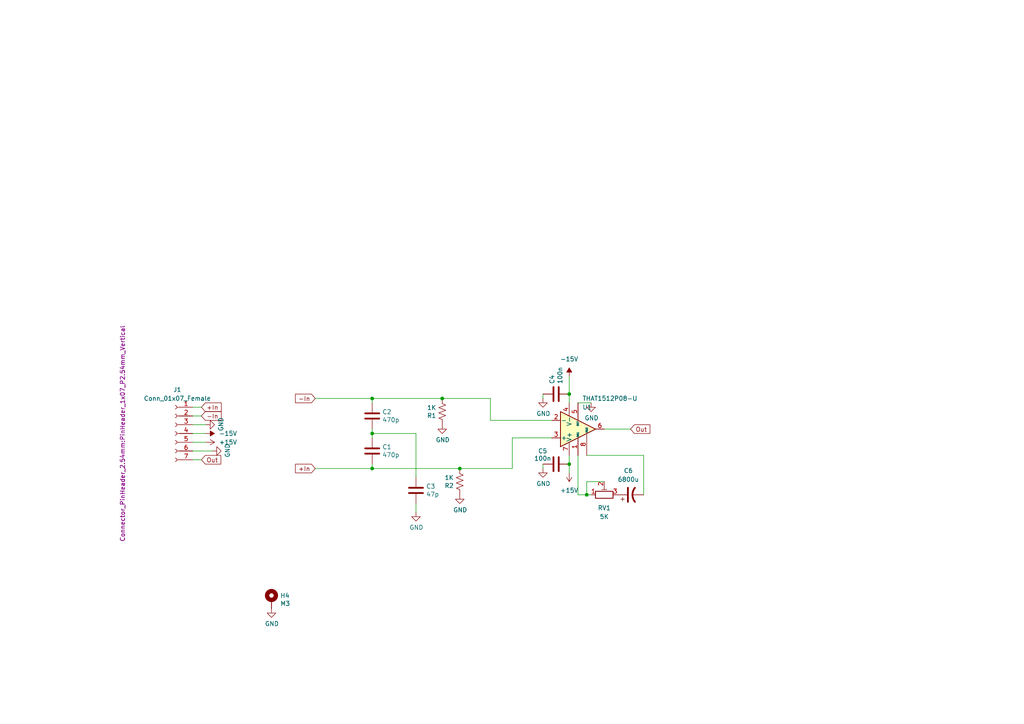
<source format=kicad_sch>
(kicad_sch (version 20211123) (generator eeschema)
  (paper "A4")
  (title_block (title "THAT1512 Mic Pre") (date "2022-04-22") (rev "2") (company "Triglav Modular"))
  (lib_symbols
    (symbol "Amplifier_Audio:SSM2017P" (pin_names (offset 0.127))
      (property "Reference" "U" (at 7.62 5.08 0))
      (property "Value" "SSM2017P" (at 7.62 2.54 0))
      (symbol "SSM2017P_0_1"
        (polyline (pts (xy -5.08 5.08) (xy 5.08 0) (xy -5.08 -5.08) (xy -5.08 5.08)) (stroke (width 0.254)) (fill (type background)))
      )
      (symbol "SSM2017P_1_1"
        (pin input line (at 0 7.62 270) (length 5.08) (name "RG1") (number "1"))
        (pin input line (at -7.62 -2.54 0) (length 2.54) (name "-") (number "2"))
        (pin input line (at -7.62 2.54 0) (length 2.54) (name "+") (number "3"))
        (pin power_in line (at -2.54 -7.62 90) (length 3.81) (name "V-") (number "4"))
        (pin input line (at 0 -7.62 90) (length 5.08) (name "REF") (number "5"))
        (pin output line (at 7.62 0 180) (length 2.54) (name "~") (number "6"))
        (pin power_in line (at -2.54 7.62 270) (length 3.81) (name "V+") (number "7"))
        (pin input line (at 2.54 7.62 270) (length 6.35) (name "RG2") (number "8"))
      )
    )
    (symbol "Connector:Conn_01x07_Female" (pin_names (offset 1.016) hide)
      (property "Reference" "J" (at 0 10.16 0))
      (property "Value" "Conn_01x07_Female" (at 0 -10.16 0))
      (symbol "Conn_01x07_Female_1_1"
        (arc (start 0 -7.112) (mid -0.508 -7.62) (end 0 -8.128) (stroke (width 0.1524)))
        (arc (start 0 -4.572) (mid -0.508 -5.08) (end 0 -5.588) (stroke (width 0.1524)))
        (arc (start 0 -2.032) (mid -0.508 -2.54) (end 0 -3.048) (stroke (width 0.1524)))
        (polyline (pts (xy -1.27 -7.62) (xy -0.508 -7.62)) (stroke (width 0.1524)))
        (polyline (pts (xy -1.27 -5.08) (xy -0.508 -5.08)) (stroke (width 0.1524)))
        (polyline (pts (xy -1.27 -2.54) (xy -0.508 -2.54)) (stroke (width 0.1524)))
        (polyline (pts (xy -1.27 0) (xy -0.508 0)) (stroke (width 0.1524)))
        (polyline (pts (xy -1.27 2.54) (xy -0.508 2.54)) (stroke (width 0.1524)))
        (polyline (pts (xy -1.27 5.08) (xy -0.508 5.08)) (stroke (width 0.1524)))
        (polyline (pts (xy -1.27 7.62) (xy -0.508 7.62)) (stroke (width 0.1524)))
        (arc (start 0 0.508) (mid -0.508 0) (end 0 -0.508) (stroke (width 0.1524)))
        (arc (start 0 3.048) (mid -0.508 2.54) (end 0 2.032) (stroke (width 0.1524)))
        (arc (start 0 5.588) (mid -0.508 5.08) (end 0 4.572) (stroke (width 0.1524)))
        (arc (start 0 8.128) (mid -0.508 7.62) (end 0 7.112) (stroke (width 0.1524)))
        (pin passive line (at -5.08 7.62 0) (length 3.81) (name "Pin_1") (number "1"))
        (pin passive line (at -5.08 5.08 0) (length 3.81) (name "Pin_2") (number "2"))
        (pin passive line (at -5.08 2.54 0) (length 3.81) (name "Pin_3") (number "3"))
        (pin passive line (at -5.08 0 0) (length 3.81) (name "Pin_4") (number "4"))
        (pin passive line (at -5.08 -2.54 0) (length 3.81) (name "Pin_5") (number "5"))
        (pin passive line (at -5.08 -5.08 0) (length 3.81) (name "Pin_6") (number "6"))
        (pin passive line (at -5.08 -7.62 0) (length 3.81) (name "Pin_7") (number "7"))
      )
    )
    (symbol "Device:C" (pin_numbers hide) (pin_names (offset 0.254))
      (property "Reference" "C" (at 0.635 2.54 0))
      (property "Value" "C" (at 0.635 -2.54 0))
      (symbol "C_0_1"
        (polyline (pts (xy -2.032 -0.762) (xy 2.032 -0.762)) (stroke (width 0.508)))
        (polyline (pts (xy -2.032 0.762) (xy 2.032 0.762)) (stroke (width 0.508)))
      )
      (symbol "C_1_1"
        (pin passive line (at 0 3.81 270) (length 2.794) (name "~") (number "1"))
        (pin passive line (at 0 -3.81 90) (length 2.794) (name "~") (number "2"))
      )
    )
    (symbol "Device:C_Polarized_US" (pin_numbers hide) (pin_names (offset 0.254) hide)
      (property "Reference" "C" (at 0.635 2.54 0))
      (property "Value" "C_Polarized_US" (at 0.635 -2.54 0))
      (symbol "C_Polarized_US_0_1"
        (polyline (pts (xy -2.032 0.762) (xy 2.032 0.762)) (stroke (width 0.508)))
        (polyline (pts (xy -1.778 2.286) (xy -0.762 2.286)))
        (polyline (pts (xy -1.27 1.778) (xy -1.27 2.794)))
        (arc (start 2.032 -1.27) (mid 0 -0.5572) (end -2.032 -1.27) (stroke (width 0.508)))
      )
      (symbol "C_Polarized_US_1_1"
        (pin passive line (at 0 3.81 270) (length 2.794) (name "~") (number "1"))
        (pin passive line (at 0 -3.81 90) (length 3.302) (name "~") (number "2"))
      )
    )
    (symbol "Device:R_Potentiometer_Trim" (pin_names (offset 1.016) hide)
      (property "Reference" "RV" (at -4.445 0 90))
      (property "Value" "R_Potentiometer_Trim" (at -2.54 0 90))
      (symbol "R_Potentiometer_Trim_0_1"
        (polyline (pts (xy 1.524 0.762) (xy 1.524 -0.762)))
        (polyline (pts (xy 2.54 0) (xy 1.524 0)))
        (rectangle (start 1.016 2.54) (end -1.016 -2.54) (stroke (width 0.254)))
      )
      (symbol "R_Potentiometer_Trim_1_1"
        (pin passive line (at 0 3.81 270) (length 1.27) (name "1") (number "1"))
        (pin passive line (at 3.81 0 180) (length 1.27) (name "2") (number "2"))
        (pin passive line (at 0 -3.81 90) (length 1.27) (name "3") (number "3"))
      )
    )
    (symbol "Device:R_US" (pin_numbers hide) (pin_names (offset 0))
      (property "Reference" "R" (at 2.54 0 90))
      (property "Value" "R_US" (at -2.54 0 90))
      (symbol "R_US_0_1"
        (polyline (pts (xy 0 -2.286) (xy 0 -2.54)))
        (polyline (pts (xy 0 2.286) (xy 0 2.54)))
        (polyline (pts (xy 0 -0.762) (xy 1.016 -1.143) (xy 0 -1.524) (xy -1.016 -1.905) (xy 0 -2.286)))
        (polyline (pts (xy 0 0.762) (xy 1.016 0.381) (xy 0 0) (xy -1.016 -0.381) (xy 0 -0.762)))
        (polyline (pts (xy 0 2.286) (xy 1.016 1.905) (xy 0 1.524) (xy -1.016 1.143) (xy 0 0.762)))
      )
      (symbol "R_US_1_1"
        (pin passive line (at 0 3.81 270) (length 1.27) (name "~") (number "1"))
        (pin passive line (at 0 -3.81 90) (length 1.27) (name "~") (number "2"))
      )
    )
    (symbol "Mechanical:MountingHole_Pad" (pin_numbers hide) (pin_names (offset 1.016) hide)
      (property "Reference" "H" (at 0 6.35 0))
      (property "Value" "MountingHole_Pad" (at 0 4.445 0))
      (symbol "MountingHole_Pad_0_1"
        (circle (center 0 1.27) (radius 1.27) (stroke (width 1.27)))
      )
      (symbol "MountingHole_Pad_1_1"
        (pin input line (at 0 -2.54 90) (length 2.54) (name "1") (number "1"))
      )
    )
    (symbol "power:+15V" (power) (pin_names (offset 0))
      (property "Value" "+15V" (at 0 3.556 0))
      (symbol "+15V_0_1"
        (polyline (pts (xy -0.762 1.27) (xy 0 2.54)))
        (polyline (pts (xy 0 0) (xy 0 2.54)))
        (polyline (pts (xy 0 2.54) (xy 0.762 1.27)))
      )
      (symbol "+15V_1_1"
        (pin power_in line (at 0 0 90) (length 0) hide (name "+15V") (number "1"))
      )
    )
    (symbol "power:-15V" (power) (pin_names (offset 0))
      (property "Value" "-15V" (at 0 3.81 0))
      (symbol "-15V_0_0"
        (pin power_in line (at 0 0 90) (length 0) hide (name "-15V") (number "1"))
      )
      (symbol "-15V_0_1"
        (polyline (pts (xy 0 0) (xy 0 1.27) (xy 0.762 1.27) (xy 0 2.54) (xy -0.762 1.27) (xy 0 1.27)) (fill (type outline)))
      )
    )
    (symbol "power:GND" (power) (pin_names (offset 0))
      (property "Value" "GND" (at 0 -3.81 0))
      (symbol "GND_0_1"
        (polyline (pts (xy 0 0) (xy 0 -1.27) (xy 1.27 -1.27) (xy 0 -2.54) (xy -1.27 -1.27) (xy 0 -1.27)))
      )
      (symbol "GND_1_1"
        (pin power_in line (at 0 0 270) (length 0) hide (name "GND") (number "1"))
      )
    )
  )
  (junction (at 107.95 135.89))
  (junction (at 165.1 114.3))
  (junction (at 128.27 115.57))
  (junction (at 165.1 134.62))
  (junction (at 107.95 115.57))
  (junction (at 133.35 135.89))
  (junction (at 107.95 125.73))
  (junction (at 170.18 143.51))
  (wire (pts (xy 128.27 115.57) (xy 142.24 115.57)))
  (wire (pts (xy 120.65 125.73) (xy 120.65 138.43)))
  (wire (pts (xy 58.42 133.35) (xy 55.88 133.35)))
  (wire (pts (xy 133.35 135.89) (xy 148.59 135.89)))
  (wire (pts (xy 175.26 124.46) (xy 182.88 124.46)))
  (wire (pts (xy 107.95 115.57) (xy 128.27 115.57)))
  (wire (pts (xy 167.64 132.08) (xy 167.64 143.51)))
  (wire (pts (xy 165.1 137.16) (xy 165.1 134.62)))
  (wire (pts (xy 91.44 115.57) (xy 107.95 115.57)))
  (wire (pts (xy 148.59 127) (xy 160.02 127)))
  (wire (pts (xy 107.95 124.46) (xy 107.95 125.73)))
  (wire (pts (xy 175.26 139.7) (xy 170.18 139.7)))
  (wire (pts (xy 59.69 125.73) (xy 55.88 125.73)))
  (wire (pts (xy 120.65 148.59) (xy 120.65 146.05)))
  (wire (pts (xy 59.69 123.19) (xy 55.88 123.19)))
  (wire (pts (xy 186.69 132.08) (xy 170.18 132.08)))
  (wire (pts (xy 148.59 135.89) (xy 148.59 127)))
  (wire (pts (xy 107.95 125.73) (xy 120.65 125.73)))
  (wire (pts (xy 142.24 121.92) (xy 160.02 121.92)))
  (wire (pts (xy 165.1 109.22) (xy 165.1 114.3)))
  (wire (pts (xy 55.88 130.81) (xy 61.595 130.81)))
  (wire (pts (xy 107.95 135.89) (xy 107.95 134.62)))
  (wire (pts (xy 165.1 134.62) (xy 165.1 132.08)))
  (wire (pts (xy 142.24 115.57) (xy 142.24 121.92)))
  (wire (pts (xy 107.95 135.89) (xy 133.35 135.89)))
  (wire (pts (xy 165.1 114.3) (xy 165.1 116.84)))
  (wire (pts (xy 58.42 118.11) (xy 55.88 118.11)))
  (wire (pts (xy 170.18 143.51) (xy 171.45 143.51)))
  (wire (pts (xy 167.64 143.51) (xy 170.18 143.51)))
  (wire (pts (xy 157.48 135.89) (xy 157.48 134.62)))
  (wire (pts (xy 167.64 116.84) (xy 171.45 116.84)))
  (wire (pts (xy 58.42 120.65) (xy 55.88 120.65)))
  (wire (pts (xy 170.18 139.7) (xy 170.18 143.51)))
  (wire (pts (xy 91.44 135.89) (xy 107.95 135.89)))
  (wire (pts (xy 157.48 115.57) (xy 157.48 114.3)))
  (wire (pts (xy 186.69 143.51) (xy 186.69 132.08)))
  (wire (pts (xy 59.69 128.27) (xy 55.88 128.27)))
  (wire (pts (xy 107.95 125.73) (xy 107.95 127)))
  (wire (pts (xy 107.95 115.57) (xy 107.95 116.84)))
  (global_label "-In" (shape input) (at 91.44 115.57 180) (property "Intersheet References" "${INTERSHEET_REFS}" (effects hide)))
  (global_label "Out" (shape input) (at 58.42 133.35 0) (property "Intersheet References" "${INTERSHEET_REFS}" (effects hide)))
  (global_label "Out" (shape input) (at 182.88 124.46 0) (property "Intersheet References" "${INTERSHEET_REFS}" (effects hide)))
  (global_label "+In" (shape input) (at 91.44 135.89 180) (property "Intersheet References" "${INTERSHEET_REFS}" (effects hide)))
  (global_label "+In" (shape input) (at 58.42 118.11 0) (property "Intersheet References" "${INTERSHEET_REFS}" (effects hide)))
  (global_label "-In" (shape input) (at 58.42 120.65 0) (property "Intersheet References" "${INTERSHEET_REFS}" (effects hide)))
  (symbol (lib_id "Amplifier_Audio:SSM2017P") (at 167.64 124.46 0) (mirror x) (unit 1)
    (property "Reference" "U1" (at 168.91 118.11 0) (effects (justify left)))
    (property "Value" "THAT1512P08-U" (at 168.91 115.57 0) (effects (justify left)))
    (property "Footprint" "Package_DIP:DIP-8_W7.62mm" (effects hide))
    (property "Vendor" "THAT1510P08-U" (effects hide))
  )
  (symbol (lib_id "Device:C") (at 107.95 120.65 0) (unit 1)
    (property "Reference" "C2" (at 110.871 119.4816 0) (effects (justify left)))
    (property "Value" "470p" (at 110.871 121.793 0) (effects (justify left)))
    (property "Footprint" "Capacitor_THT:C_Disc_D5.0mm_W2.5mm_P5.00mm" (effects hide))
    (property "Vendor" "RDE5C2A471J0M1H03A" (effects hide))
  )
  (symbol (lib_id "Device:C") (at 120.65 142.24 0) (unit 1)
    (property "Reference" "C3" (at 123.571 141.0716 0) (effects (justify left)))
    (property "Value" "47p" (at 123.571 143.383 0) (effects (justify left)))
    (property "Footprint" "Capacitor_THT:C_Disc_D5.0mm_W2.5mm_P5.00mm" (effects hide))
    (property "Vendor" "RDE5C2A470J0M1H03A" (effects hide))
  )
  (symbol (lib_id "power:GND") (at 171.45 116.84 0) (unit 1)
    (property "Reference" "#PWR022" (effects hide))
    (property "Value" "GND" (at 171.577 121.2342 0))
  )
  (symbol (lib_id "Mechanical:MountingHole_Pad") (at 78.74 173.99 0) (unit 1)
    (property "Reference" "H4" (at 81.28 172.7454 0) (effects (justify left)))
    (property "Value" "M3" (at 81.28 175.0568 0) (effects (justify left)))
    (property "Footprint" "MountingHole:MountingHole_3.2mm_M3_Pad" (effects hide))
  )
  (symbol (lib_id "power:GND") (at 78.74 176.53 0) (unit 1)
    (property "Reference" "#PWR028" (effects hide))
    (property "Value" "GND" (at 78.867 180.9242 0))
  )
  (symbol (lib_id "Device:C") (at 161.29 114.3 90) (unit 1)
    (property "Reference" "C4" (at 160.1216 111.379 0) (effects (justify left)))
    (property "Value" "100n" (at 162.433 111.379 0) (effects (justify left)))
    (property "Footprint" "Capacitor_THT:C_Disc_D5.0mm_W2.5mm_P5.00mm" (effects hide))
    (property "Vendor" "RDE5C2A471J0M1H03A" (effects hide))
  )
  (symbol (lib_id "Device:C_Polarized_US") (at 182.88 143.51 90) (unit 1)
    (property "Reference" "C6" (at 182.245 136.525 90))
    (property "Value" "6800u" (at 182.245 139.065 90))
  )
  (symbol (lib_id "Device:R_Potentiometer_Trim") (at 175.26 143.51 90) (unit 1)
    (property "Reference" "RV1" (at 175.26 147.32 90))
    (property "Value" "5K" (at 175.26 149.86 90))
    (property "Footprint" "Trimmer:TRIM_3362P-1-103" (effects hide))
  )
  (symbol (lib_id "power:GND") (at 120.65 148.59 0) (unit 1)
    (property "Reference" "#PWR04" (effects hide))
    (property "Value" "GND" (at 120.777 152.9842 0))
  )
  (symbol (lib_id "power:-15V") (at 59.69 125.73 270) (unit 1)
    (property "Reference" "#PWR02" (effects hide))
    (property "Value" "-15V" (at 63.5 125.7299 90) (effects (justify left)))
  )
  (symbol (lib_id "Connector:Conn_01x07_Female") (at 50.8 125.73 0) (mirror y) (unit 1)
    (property "Reference" "J1" (at 51.435 113.03 0))
    (property "Value" "Conn_01x07_Female" (at 51.435 115.57 0))
    (property "Footprint" "Connector_PinHeader_2.54mm:PinHeader_1x07_P2.54mm_Vertical" (at 35.56 125.73 90))
  )
  (symbol (lib_id "Device:C") (at 161.29 134.62 90) (unit 1)
    (property "Reference" "C5" (at 158.75 130.81 90) (effects (justify left)))
    (property "Value" "100n" (at 159.893 132.969 90) (effects (justify left)))
    (property "Footprint" "Capacitor_THT:C_Disc_D5.0mm_W2.5mm_P5.00mm" (effects hide))
    (property "Vendor" "RDE5C2A471J0M1H03A" (effects hide))
  )
  (symbol (lib_id "power:GND") (at 61.595 130.81 90) (unit 1)
    (property "Reference" "#PWR0101" (effects hide))
    (property "Value" "GND" (at 65.9892 130.683 0))
  )
  (symbol (lib_id "power:GND") (at 59.69 123.19 90) (unit 1)
    (property "Reference" "#PWR01" (effects hide))
    (property "Value" "GND" (at 64.0842 123.063 0))
  )
  (symbol (lib_id "power:GND") (at 128.27 123.19 0) (unit 1)
    (property "Reference" "#PWR05" (effects hide))
    (property "Value" "GND" (at 128.397 127.5842 0))
  )
  (symbol (lib_id "power:GND") (at 133.35 143.51 0) (unit 1)
    (property "Reference" "#PWR06" (effects hide))
    (property "Value" "GND" (at 133.477 147.9042 0))
  )
  (symbol (lib_id "Device:R_US") (at 133.35 139.7 180) (unit 1)
    (property "Reference" "R2" (at 131.6228 140.8684 0) (effects (justify left)))
    (property "Value" "1K" (at 131.6228 138.557 0) (effects (justify left)))
    (property "Footprint" "Resistor_THT:R_Axial_DIN0207_L6.3mm_D2.5mm_P10.16mm_Horizontal" (effects hide))
    (property "Vendor" "CMF556K8100BEEK" (effects hide))
  )
  (symbol (lib_id "power:-15V") (at 165.1 109.22 0) (unit 1)
    (property "Reference" "#PWR09" (effects hide))
    (property "Value" "-15V" (at 165.1 104.14 0))
  )
  (symbol (lib_id "power:+15V") (at 59.69 128.27 270) (unit 1)
    (property "Reference" "#PWR03" (effects hide))
    (property "Value" "+15V" (at 63.5 128.2699 90) (effects (justify left)))
  )
  (symbol (lib_id "power:GND") (at 157.48 135.89 0) (unit 1)
    (property "Reference" "#PWR08" (effects hide))
    (property "Value" "GND" (at 157.607 140.2842 0))
  )
  (symbol (lib_id "power:GND") (at 157.48 115.57 0) (unit 1)
    (property "Reference" "#PWR07" (effects hide))
    (property "Value" "GND" (at 157.607 119.9642 0))
  )
  (symbol (lib_id "Device:R_US") (at 128.27 119.38 180) (unit 1)
    (property "Reference" "R1" (at 126.5428 120.5484 0) (effects (justify left)))
    (property "Value" "1K" (at 126.5428 118.237 0) (effects (justify left)))
    (property "Footprint" "Resistor_THT:R_Axial_DIN0207_L6.3mm_D2.5mm_P10.16mm_Horizontal" (effects hide))
    (property "Vendor" "CMF556K8100BEEK" (effects hide))
  )
  (symbol (lib_id "Device:C") (at 107.95 130.81 0) (unit 1)
    (property "Reference" "C1" (at 110.871 129.6416 0) (effects (justify left)))
    (property "Value" "470p" (at 110.871 131.953 0) (effects (justify left)))
    (property "Footprint" "Capacitor_THT:C_Disc_D5.0mm_W2.5mm_P5.00mm" (effects hide))
    (property "Vendor" "RDE5C2A471J0M1H03A" (effects hide))
  )
  (symbol (lib_id "power:+15V") (at 165.1 137.16 180) (unit 1)
    (property "Reference" "#PWR010" (effects hide))
    (property "Value" "+15V" (at 165.1 142.24 0))
  )
)
</source>
